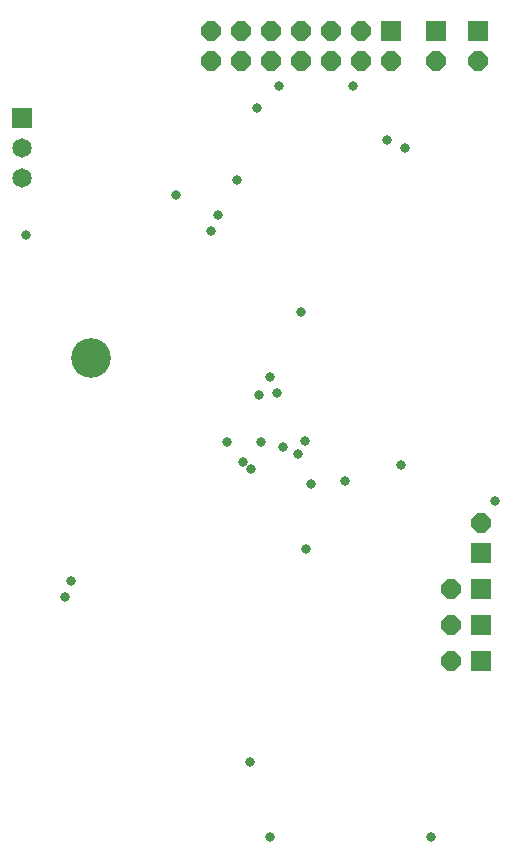
<source format=gbs>
G75*
%MOIN*%
%OFA0B0*%
%FSLAX24Y24*%
%IPPOS*%
%LPD*%
%AMOC8*
5,1,8,0,0,1.08239X$1,22.5*
%
%ADD10C,0.1320*%
%ADD11R,0.0651X0.0651*%
%ADD12C,0.0651*%
%ADD13OC8,0.0651*%
%ADD14C,0.0330*%
D10*
X005071Y019835D03*
D11*
X002781Y027850D03*
X015081Y030750D03*
X016581Y030750D03*
X017981Y030750D03*
X018081Y013350D03*
X018081Y012150D03*
X018081Y010950D03*
X018081Y009750D03*
D12*
X002781Y025850D03*
X002781Y026850D03*
D13*
X009081Y029750D03*
X009081Y030750D03*
X010081Y030750D03*
X010081Y029750D03*
X011081Y029750D03*
X011081Y030750D03*
X012081Y030750D03*
X012081Y029750D03*
X013081Y029750D03*
X013081Y030750D03*
X014081Y030750D03*
X014081Y029750D03*
X015081Y029750D03*
X016581Y029750D03*
X017981Y029750D03*
X018081Y014350D03*
X017081Y012150D03*
X017081Y010950D03*
X017081Y009750D03*
D14*
X004206Y011875D03*
X004431Y012425D03*
X009606Y017050D03*
X010156Y016400D03*
X010406Y016150D03*
X010756Y017050D03*
X011481Y016875D03*
X011981Y016650D03*
X012206Y017100D03*
X012431Y015650D03*
X013556Y015750D03*
X012256Y013475D03*
X015406Y016300D03*
X018556Y015100D03*
X012081Y021400D03*
X011056Y019225D03*
X011281Y018675D03*
X010681Y018625D03*
X009081Y024075D03*
X009306Y024625D03*
X009956Y025775D03*
X010606Y028175D03*
X011356Y028925D03*
X013806Y028925D03*
X014956Y027125D03*
X015556Y026850D03*
X007931Y025300D03*
X002906Y023950D03*
X010381Y006375D03*
X011056Y003900D03*
X016406Y003900D03*
M02*

</source>
